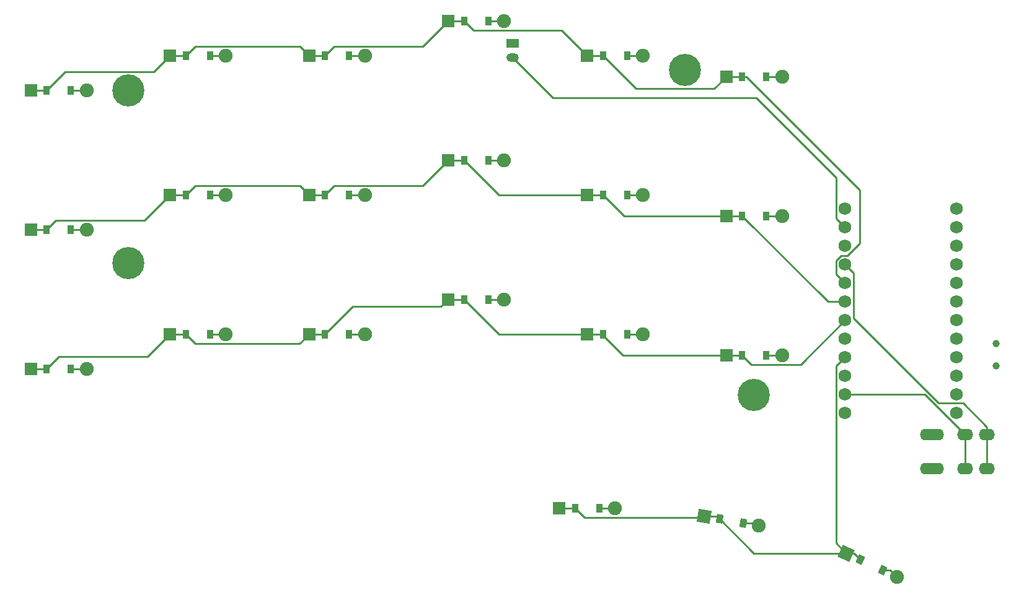
<source format=gbr>
%TF.GenerationSoftware,KiCad,Pcbnew,7.0.9*%
%TF.CreationDate,2024-08-18T04:48:21-07:00*%
%TF.ProjectId,left,6c656674-2e6b-4696-9361-645f70636258,v1.0.0*%
%TF.SameCoordinates,Original*%
%TF.FileFunction,Copper,L1,Top*%
%TF.FilePolarity,Positive*%
%FSLAX46Y46*%
G04 Gerber Fmt 4.6, Leading zero omitted, Abs format (unit mm)*
G04 Created by KiCad (PCBNEW 7.0.9) date 2024-08-18 04:48:21*
%MOMM*%
%LPD*%
G01*
G04 APERTURE LIST*
G04 Aperture macros list*
%AMRotRect*
0 Rectangle, with rotation*
0 The origin of the aperture is its center*
0 $1 length*
0 $2 width*
0 $3 Rotation angle, in degrees counterclockwise*
0 Add horizontal line*
21,1,$1,$2,0,0,$3*%
G04 Aperture macros list end*
%TA.AperFunction,WasherPad*%
%ADD10C,1.000000*%
%TD*%
%TA.AperFunction,ComponentPad*%
%ADD11R,1.778000X1.778000*%
%TD*%
%TA.AperFunction,SMDPad,CuDef*%
%ADD12R,0.900000X1.200000*%
%TD*%
%TA.AperFunction,ComponentPad*%
%ADD13C,1.905000*%
%TD*%
%TA.AperFunction,ComponentPad*%
%ADD14RotRect,1.778000X1.778000X335.000000*%
%TD*%
%TA.AperFunction,SMDPad,CuDef*%
%ADD15RotRect,0.900000X1.200000X335.000000*%
%TD*%
%TA.AperFunction,ComponentPad*%
%ADD16O,2.200000X1.600000*%
%TD*%
%TA.AperFunction,ComponentPad*%
%ADD17R,1.700000X1.200000*%
%TD*%
%TA.AperFunction,ComponentPad*%
%ADD18O,1.700000X1.200000*%
%TD*%
%TA.AperFunction,ComponentPad*%
%ADD19C,0.700000*%
%TD*%
%TA.AperFunction,ComponentPad*%
%ADD20C,4.400000*%
%TD*%
%TA.AperFunction,ComponentPad*%
%ADD21RotRect,1.778000X1.778000X350.000000*%
%TD*%
%TA.AperFunction,SMDPad,CuDef*%
%ADD22RotRect,0.900000X1.200000X350.000000*%
%TD*%
%TA.AperFunction,ComponentPad*%
%ADD23C,1.752600*%
%TD*%
%TA.AperFunction,Conductor*%
%ADD24C,0.250000*%
%TD*%
G04 APERTURE END LIST*
D10*
%TO.P,T1,*%
%TO.N,*%
X271449550Y-164352900D03*
X271449550Y-161352900D03*
%TD*%
D11*
%TO.P,D5,1*%
%TO.N,P029*%
X139639550Y-145757900D03*
D12*
X141799550Y-145757900D03*
%TO.P,D5,2*%
%TO.N,outer_home*%
X145099550Y-145757900D03*
D13*
X147259550Y-145757900D03*
%TD*%
D14*
%TO.P,D1,1*%
%TO.N,P113*%
X251017034Y-190005118D03*
D15*
X252974659Y-190917974D03*
%TO.P,D1,2*%
%TO.N,reachy_cluster*%
X255965475Y-192312614D03*
D13*
X257923100Y-193225470D03*
%TD*%
D11*
%TO.P,D11,1*%
%TO.N,P029*%
X177639550Y-140995400D03*
D12*
X179799550Y-140995400D03*
%TO.P,D11,2*%
%TO.N,ring_home*%
X183099550Y-140995400D03*
D13*
X185259550Y-140995400D03*
%TD*%
D16*
%TO.P,TRRS1,1*%
%TO.N,GND*%
X262146350Y-173800700D03*
X262146350Y-178400700D03*
%TO.P,TRRS1,2*%
X263246350Y-173800700D03*
X263246350Y-178400700D03*
%TO.P,TRRS1,3*%
%TO.N,P010*%
X267246350Y-173800700D03*
X267246350Y-178400700D03*
%TO.P,TRRS1,4*%
%TO.N,VCC*%
X270246350Y-173800700D03*
X270246350Y-178400700D03*
%TD*%
D17*
%TO.P,JST1,1*%
%TO.N,pos*%
X205449550Y-120232900D03*
D18*
%TO.P,JST1,2*%
%TO.N,GND*%
X205449550Y-122232900D03*
%TD*%
D11*
%TO.P,D10,1*%
%TO.N,P002*%
X177639550Y-160045400D03*
D12*
X179799550Y-160045400D03*
%TO.P,D10,2*%
%TO.N,ring_bottom*%
X183099550Y-160045400D03*
D13*
X185259550Y-160045400D03*
%TD*%
D11*
%TO.P,D4,1*%
%TO.N,P002*%
X139639550Y-164807900D03*
D12*
X141799550Y-164807900D03*
%TO.P,D4,2*%
%TO.N,outer_bottom*%
X145099550Y-164807900D03*
D13*
X147259550Y-164807900D03*
%TD*%
D11*
%TO.P,D12,1*%
%TO.N,P031*%
X177639550Y-121945400D03*
D12*
X179799550Y-121945400D03*
%TO.P,D12,2*%
%TO.N,ring_top*%
X183099550Y-121945400D03*
D13*
X185259550Y-121945400D03*
%TD*%
D11*
%TO.P,D20,1*%
%TO.N,P029*%
X234639550Y-143852900D03*
D12*
X236799550Y-143852900D03*
%TO.P,D20,2*%
%TO.N,inner_home*%
X240099550Y-143852900D03*
D13*
X242259550Y-143852900D03*
%TD*%
D11*
%TO.P,D16,1*%
%TO.N,P002*%
X215639550Y-160045400D03*
D12*
X217799550Y-160045400D03*
%TO.P,D16,2*%
%TO.N,index_bottom*%
X221099550Y-160045400D03*
D13*
X223259550Y-160045400D03*
%TD*%
D11*
%TO.P,D21,1*%
%TO.N,P031*%
X234639550Y-124802900D03*
D12*
X236799550Y-124802900D03*
%TO.P,D21,2*%
%TO.N,inner_top*%
X240099550Y-124802900D03*
D13*
X242259550Y-124802900D03*
%TD*%
D11*
%TO.P,D19,1*%
%TO.N,P002*%
X234639550Y-162902900D03*
D12*
X236799550Y-162902900D03*
%TO.P,D19,2*%
%TO.N,inner_bottom*%
X240099550Y-162902900D03*
D13*
X242259550Y-162902900D03*
%TD*%
D19*
%TO.P,_2,1*%
%TO.N,N/C*%
X151299550Y-150307900D03*
X151782824Y-149141174D03*
X151782824Y-151474626D03*
X152949550Y-148657900D03*
D20*
X152949550Y-150307900D03*
D19*
X152949550Y-151957900D03*
X154116276Y-149141174D03*
X154116276Y-151474626D03*
X154599550Y-150307900D03*
%TD*%
%TO.P,_3,1*%
%TO.N,N/C*%
X227299550Y-123945400D03*
X227782824Y-122778674D03*
X227782824Y-125112126D03*
X228949550Y-122295400D03*
D20*
X228949550Y-123945400D03*
D19*
X228949550Y-125595400D03*
X230116276Y-122778674D03*
X230116276Y-125112126D03*
X230599550Y-123945400D03*
%TD*%
D11*
%TO.P,D15,1*%
%TO.N,P031*%
X196639550Y-117182900D03*
D12*
X198799550Y-117182900D03*
%TO.P,D15,2*%
%TO.N,middle_top*%
X202099550Y-117182900D03*
D13*
X204259550Y-117182900D03*
%TD*%
D19*
%TO.P,_4,1*%
%TO.N,N/C*%
X236744512Y-168059989D03*
X237423044Y-166994907D03*
X237017844Y-169292909D03*
X238655964Y-166721575D03*
D20*
X238369445Y-168346508D03*
D19*
X238082926Y-169971441D03*
X239721046Y-167400107D03*
X239315846Y-169698109D03*
X239994378Y-168633027D03*
%TD*%
D11*
%TO.P,D17,1*%
%TO.N,P029*%
X215639550Y-140995400D03*
D12*
X217799550Y-140995400D03*
%TO.P,D17,2*%
%TO.N,index_home*%
X221099550Y-140995400D03*
D13*
X223259550Y-140995400D03*
%TD*%
D11*
%TO.P,D8,1*%
%TO.N,P029*%
X158639550Y-140995400D03*
D12*
X160799550Y-140995400D03*
%TO.P,D8,2*%
%TO.N,pinky_home*%
X164099550Y-140995400D03*
D13*
X166259550Y-140995400D03*
%TD*%
D21*
%TO.P,D2,1*%
%TO.N,P113*%
X231578484Y-184919044D03*
D22*
X233705669Y-185294125D03*
%TO.P,D2,2*%
%TO.N,tucky_cluster*%
X236955535Y-185867163D03*
D13*
X239082720Y-186242244D03*
%TD*%
D11*
%TO.P,D3,1*%
%TO.N,P113*%
X211829550Y-183857900D03*
D12*
X213989550Y-183857900D03*
%TO.P,D3,2*%
%TO.N,stim_cluster*%
X217289550Y-183857900D03*
D13*
X219449550Y-183857900D03*
%TD*%
D11*
%TO.P,D6,1*%
%TO.N,P031*%
X139639550Y-126707900D03*
D12*
X141799550Y-126707900D03*
%TO.P,D6,2*%
%TO.N,outer_top*%
X145099550Y-126707900D03*
D13*
X147259550Y-126707900D03*
%TD*%
D23*
%TO.P,MCU1,24*%
%TO.N,RAW*%
X250829550Y-142882900D03*
%TO.P,MCU1,23*%
%TO.N,GND*%
X250829550Y-145422900D03*
%TO.P,MCU1,22*%
%TO.N,RST*%
X250829550Y-147962900D03*
%TO.P,MCU1,21*%
%TO.N,VCC*%
X250829550Y-150502900D03*
%TO.P,MCU1,20*%
%TO.N,P031*%
X250829550Y-153042900D03*
%TO.P,MCU1,19*%
%TO.N,P029*%
X250829550Y-155582900D03*
%TO.P,MCU1,18*%
%TO.N,P002*%
X250829550Y-158122900D03*
%TO.P,MCU1,17*%
%TO.N,P115*%
X250829550Y-160662900D03*
%TO.P,MCU1,16*%
%TO.N,P113*%
X250829550Y-163202900D03*
%TO.P,MCU1,15*%
%TO.N,P111*%
X250829550Y-165742900D03*
%TO.P,MCU1,14*%
%TO.N,P010*%
X250829550Y-168282900D03*
%TO.P,MCU1,13*%
%TO.N,P009*%
X250829550Y-170822900D03*
%TO.P,MCU1,12*%
%TO.N,P106*%
X266069550Y-170822900D03*
%TO.P,MCU1,11*%
%TO.N,P104*%
X266069550Y-168282900D03*
%TO.P,MCU1,10*%
%TO.N,P011*%
X266069550Y-165742900D03*
%TO.P,MCU1,9*%
%TO.N,P100*%
X266069550Y-163202900D03*
%TO.P,MCU1,8*%
%TO.N,P024*%
X266069550Y-160662900D03*
%TO.P,MCU1,7*%
%TO.N,P022*%
X266069550Y-158122900D03*
%TO.P,MCU1,6*%
%TO.N,P020*%
X266069550Y-155582900D03*
%TO.P,MCU1,5*%
%TO.N,P017*%
X266069550Y-153042900D03*
%TO.P,MCU1,4*%
%TO.N,GND*%
X266069550Y-150502900D03*
%TO.P,MCU1,3*%
X266069550Y-147962900D03*
%TO.P,MCU1,2*%
%TO.N,P008*%
X266069550Y-145422900D03*
%TO.P,MCU1,1*%
%TO.N,P006*%
X266069550Y-142882900D03*
%TD*%
D11*
%TO.P,D9,1*%
%TO.N,P031*%
X158639550Y-121945400D03*
D12*
X160799550Y-121945400D03*
%TO.P,D9,2*%
%TO.N,pinky_top*%
X164099550Y-121945400D03*
D13*
X166259550Y-121945400D03*
%TD*%
D11*
%TO.P,D18,1*%
%TO.N,P031*%
X215639550Y-121945400D03*
D12*
X217799550Y-121945400D03*
%TO.P,D18,2*%
%TO.N,index_top*%
X221099550Y-121945400D03*
D13*
X223259550Y-121945400D03*
%TD*%
D11*
%TO.P,D13,1*%
%TO.N,P002*%
X196639550Y-155282900D03*
D12*
X198799550Y-155282900D03*
%TO.P,D13,2*%
%TO.N,middle_bottom*%
X202099550Y-155282900D03*
D13*
X204259550Y-155282900D03*
%TD*%
D11*
%TO.P,D14,1*%
%TO.N,P029*%
X196639550Y-136232900D03*
D12*
X198799550Y-136232900D03*
%TO.P,D14,2*%
%TO.N,middle_home*%
X202099550Y-136232900D03*
D13*
X204259550Y-136232900D03*
%TD*%
D11*
%TO.P,D7,1*%
%TO.N,P002*%
X158639550Y-160045400D03*
D12*
X160799550Y-160045400D03*
%TO.P,D7,2*%
%TO.N,pinky_bottom*%
X164099550Y-160045400D03*
D13*
X166259550Y-160045400D03*
%TD*%
D19*
%TO.P,_1,1*%
%TO.N,N/C*%
X151299550Y-126707900D03*
X151782824Y-125541174D03*
X151782824Y-127874626D03*
X152949550Y-125057900D03*
D20*
X152949550Y-126707900D03*
D19*
X152949550Y-128357900D03*
X154116276Y-125541174D03*
X154116276Y-127874626D03*
X154599550Y-126707900D03*
%TD*%
D24*
%TO.N,VCC*%
X252030850Y-151704200D02*
X250829550Y-150502900D01*
X263616600Y-169484200D02*
X252030850Y-157898450D01*
X270246350Y-172750700D02*
X266979850Y-169484200D01*
X252030850Y-157898450D02*
X252030850Y-151704200D01*
X270246350Y-173800700D02*
X270246350Y-172750700D01*
X266979850Y-169484200D02*
X263616600Y-169484200D01*
%TO.N,pinky_bottom*%
X164099550Y-160045400D02*
X166259550Y-160045400D01*
%TO.N,middle_home*%
X202099550Y-136232900D02*
X204259550Y-136232900D01*
%TO.N,index_home*%
X221099550Y-140995400D02*
X223259550Y-140995400D01*
%TO.N,inner_top*%
X240099550Y-124802900D02*
X242259550Y-124802900D01*
%TO.N,index_top*%
X221099550Y-121945400D02*
X223259550Y-121945400D01*
%TO.N,middle_top*%
X202099550Y-117182900D02*
X204259550Y-117182900D01*
%TO.N,ring_top*%
X183099550Y-121945400D02*
X185259550Y-121945400D01*
%TO.N,pinky_top*%
X164099550Y-121945400D02*
X166259550Y-121945400D01*
%TO.N,outer_top*%
X145099550Y-126707900D02*
X147259550Y-126707900D01*
%TO.N,outer_home*%
X145099550Y-145757900D02*
X147259550Y-145757900D01*
%TO.N,outer_bottom*%
X145099550Y-164807900D02*
X147259550Y-164807900D01*
%TO.N,inner_bottom*%
X240099550Y-162902900D02*
X242259550Y-162902900D01*
%TO.N,index_bottom*%
X221099550Y-160045400D02*
X223259550Y-160045400D01*
%TO.N,middle_bottom*%
X204259550Y-155282900D02*
X202099550Y-155282900D01*
%TO.N,ring_bottom*%
X183099550Y-160045400D02*
X185259550Y-160045400D01*
%TO.N,tucky_cluster*%
X238707639Y-185867163D02*
X239082720Y-186242244D01*
X236955535Y-185867163D02*
X238707639Y-185867163D01*
%TO.N,P113*%
X249628250Y-164404200D02*
X250829550Y-163202900D01*
X249628250Y-188616334D02*
X249628250Y-164404200D01*
X251017034Y-190005118D02*
X249628250Y-188616334D01*
%TO.N,reachy_cluster*%
X257010244Y-192312614D02*
X257923100Y-193225470D01*
X255965475Y-192312614D02*
X257010244Y-192312614D01*
%TO.N,P113*%
X252061803Y-190005118D02*
X252974659Y-190917974D01*
X251017034Y-190005118D02*
X252061803Y-190005118D01*
X238416662Y-190005118D02*
X251017034Y-190005118D01*
X233705669Y-185294125D02*
X238416662Y-190005118D01*
%TO.N,stim_cluster*%
X217289550Y-183857900D02*
X219449550Y-183857900D01*
%TO.N,P113*%
X233330588Y-184919044D02*
X233705669Y-185294125D01*
X231578484Y-184919044D02*
X233330588Y-184919044D01*
X215267050Y-185135400D02*
X231362128Y-185135400D01*
X213989550Y-183857900D02*
X215267050Y-185135400D01*
X231362128Y-185135400D02*
X231578484Y-184919044D01*
X211829550Y-183857900D02*
X213989550Y-183857900D01*
%TO.N,GND*%
X262146350Y-178400700D02*
X263246350Y-178400700D01*
X262146350Y-173800700D02*
X263246350Y-173800700D01*
%TO.N,pinky_home*%
X164099550Y-140995400D02*
X166259550Y-140995400D01*
%TO.N,ring_home*%
X183099550Y-140995400D02*
X185259550Y-140995400D01*
%TO.N,P029*%
X158639550Y-140995400D02*
X160799550Y-140995400D01*
X155154550Y-144480400D02*
X158639550Y-140995400D01*
X143077050Y-144480400D02*
X155154550Y-144480400D01*
X141799550Y-145757900D02*
X143077050Y-144480400D01*
X139639550Y-145757900D02*
X141799550Y-145757900D01*
%TO.N,P031*%
X141799550Y-126707900D02*
X144324550Y-124182900D01*
X144324550Y-124182900D02*
X156402050Y-124182900D01*
X156402050Y-124182900D02*
X158639550Y-121945400D01*
X139639550Y-126707900D02*
X141799550Y-126707900D01*
%TO.N,P029*%
X162077050Y-139717900D02*
X160799550Y-140995400D01*
X176362050Y-139717900D02*
X162077050Y-139717900D01*
X177639550Y-140995400D02*
X176362050Y-139717900D01*
X179799550Y-140995400D02*
X177639550Y-140995400D01*
X181077050Y-139717900D02*
X179799550Y-140995400D01*
X193154550Y-139717900D02*
X181077050Y-139717900D01*
X196639550Y-136232900D02*
X193154550Y-139717900D01*
X196639550Y-136232900D02*
X198799550Y-136232900D01*
X215639550Y-140995400D02*
X203562050Y-140995400D01*
X203562050Y-140995400D02*
X198799550Y-136232900D01*
X217799550Y-140995400D02*
X215639550Y-140995400D01*
%TO.N,P031*%
X215639550Y-121945400D02*
X217799550Y-121945400D01*
X222324550Y-126470400D02*
X217799550Y-121945400D01*
X232972050Y-126470400D02*
X222324550Y-126470400D01*
X234639550Y-124802900D02*
X232972050Y-126470400D01*
%TO.N,P029*%
X220657050Y-143852900D02*
X217799550Y-140995400D01*
X234639550Y-143852900D02*
X220657050Y-143852900D01*
X248529550Y-155582900D02*
X250829550Y-155582900D01*
X236799550Y-143852900D02*
X248529550Y-155582900D01*
X236799550Y-143852900D02*
X234639550Y-143852900D01*
%TO.N,inner_home*%
X242259550Y-143852900D02*
X240099550Y-143852900D01*
%TO.N,P031*%
X177639550Y-121945400D02*
X179799550Y-121945400D01*
X162077050Y-120667900D02*
X176362050Y-120667900D01*
X176362050Y-120667900D02*
X177639550Y-121945400D01*
X160799550Y-121945400D02*
X162077050Y-120667900D01*
X158639550Y-121945400D02*
X160799550Y-121945400D01*
X193154550Y-120667900D02*
X196639550Y-117182900D01*
X181077050Y-120667900D02*
X193154550Y-120667900D01*
X179799550Y-121945400D02*
X181077050Y-120667900D01*
X196639550Y-117182900D02*
X198799550Y-117182900D01*
X200077050Y-118460400D02*
X198799550Y-117182900D01*
X212154550Y-118460400D02*
X200077050Y-118460400D01*
X215639550Y-121945400D02*
X212154550Y-118460400D01*
X236799550Y-124802900D02*
X234639550Y-124802900D01*
X249628250Y-151841600D02*
X250829550Y-153042900D01*
X249628250Y-150005305D02*
X249628250Y-151841600D01*
X250331955Y-149301600D02*
X249628250Y-150005305D01*
X251189745Y-149301600D02*
X250331955Y-149301600D01*
X252874852Y-147616493D02*
X251189745Y-149301600D01*
X252874852Y-140357420D02*
X252874852Y-147616493D01*
X237320332Y-124802900D02*
X252874852Y-140357420D01*
X234639550Y-124802900D02*
X237320332Y-124802900D01*
%TO.N,GND*%
X249596150Y-138597850D02*
X249596150Y-144189500D01*
X238700600Y-127702300D02*
X249596150Y-138597850D01*
X249596150Y-144189500D02*
X250829550Y-145422900D01*
X210918950Y-127702300D02*
X238700600Y-127702300D01*
X205449550Y-122232900D02*
X210918950Y-127702300D01*
%TO.N,P002*%
X179799550Y-160045400D02*
X183573650Y-156271300D01*
X203562050Y-160045400D02*
X215639550Y-160045400D01*
X215639550Y-160045400D02*
X217799550Y-160045400D01*
X238077050Y-164180400D02*
X244772050Y-164180400D01*
X217799550Y-160195400D02*
X220507050Y-162902900D01*
X160799550Y-160045400D02*
X162111450Y-161357300D01*
X158639550Y-160045400D02*
X160799550Y-160045400D01*
X139639550Y-164807900D02*
X141799550Y-164807900D01*
X220507050Y-162902900D02*
X234639550Y-162902900D01*
X236799550Y-162902900D02*
X238077050Y-164180400D01*
X198799550Y-155282900D02*
X203562050Y-160045400D01*
X155549650Y-163135300D02*
X158639550Y-160045400D01*
X141799550Y-164807900D02*
X143472150Y-163135300D01*
X244772050Y-164180400D02*
X250829550Y-158122900D01*
X183573650Y-156271300D02*
X195651150Y-156271300D01*
X217799550Y-160045400D02*
X217799550Y-160195400D01*
X177639550Y-160045400D02*
X179799550Y-160045400D01*
X143472150Y-163135300D02*
X155549650Y-163135300D01*
X196639550Y-155282900D02*
X198799550Y-155282900D01*
X176327650Y-161357300D02*
X177639550Y-160045400D01*
X162111450Y-161357300D02*
X176327650Y-161357300D01*
X195651150Y-156271300D02*
X196639550Y-155282900D01*
X234639550Y-162902900D02*
X236799550Y-162902900D01*
%TO.N,P010*%
X267246350Y-173800700D02*
X261728550Y-168282900D01*
X261728550Y-168282900D02*
X250829550Y-168282900D01*
X267246350Y-178400700D02*
X267246350Y-173800700D01*
%TO.N,VCC*%
X270246350Y-178400700D02*
X270246350Y-173800700D01*
%TD*%
M02*

</source>
